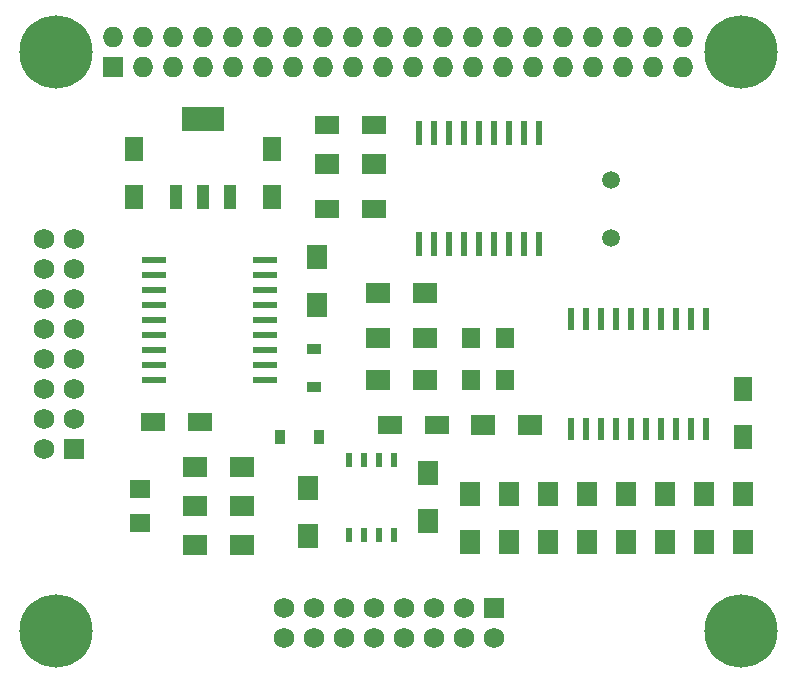
<source format=gts>
G04 #@! TF.FileFunction,Soldermask,Top*
%FSLAX46Y46*%
G04 Gerber Fmt 4.6, Leading zero omitted, Abs format (unit mm)*
G04 Created by KiCad (PCBNEW 4.0.2-1.fc23-product) date Wed 14 Dec 2016 11:24:26 GMT*
%MOMM*%
G01*
G04 APERTURE LIST*
%ADD10C,0.100000*%
%ADD11R,1.727200X1.727200*%
%ADD12C,1.727200*%
%ADD13R,0.530000X1.980000*%
%ADD14R,0.600000X2.000000*%
%ADD15O,1.727200X1.727200*%
%ADD16C,6.200000*%
%ADD17R,3.657600X2.032000*%
%ADD18R,1.016000X2.032000*%
%ADD19R,1.800860X1.597660*%
%ADD20R,2.000000X1.700000*%
%ADD21R,2.000000X1.600000*%
%ADD22R,1.600000X2.000000*%
%ADD23R,1.597660X1.800860*%
%ADD24R,1.700000X2.000000*%
%ADD25R,0.508000X1.143000*%
%ADD26R,2.000000X0.600000*%
%ADD27C,1.501140*%
%ADD28R,0.910000X1.220000*%
%ADD29R,1.220000X0.910000*%
G04 APERTURE END LIST*
D10*
D11*
X135890000Y-98044000D03*
D12*
X135890000Y-100584000D03*
X133350000Y-98044000D03*
X133350000Y-100584000D03*
X130810000Y-98044000D03*
X130810000Y-100584000D03*
X128270000Y-98044000D03*
X128270000Y-100584000D03*
X125730000Y-98044000D03*
X125730000Y-100584000D03*
X123190000Y-98044000D03*
X123190000Y-100584000D03*
X120650000Y-98044000D03*
X120650000Y-100584000D03*
X118110000Y-98044000D03*
X118110000Y-100584000D03*
D13*
X153797000Y-73547000D03*
X152527000Y-73547000D03*
X151257000Y-73547000D03*
X149987000Y-73547000D03*
X148717000Y-73547000D03*
X147447000Y-73547000D03*
X146177000Y-73547000D03*
X144907000Y-73547000D03*
X143637000Y-73547000D03*
X142367000Y-73547000D03*
X142367000Y-82917000D03*
X143637000Y-82917000D03*
X144907000Y-82917000D03*
X146177000Y-82917000D03*
X147447000Y-82917000D03*
X148717000Y-82917000D03*
X149987000Y-82917000D03*
X151257000Y-82917000D03*
X152527000Y-82917000D03*
X153797000Y-82917000D03*
D14*
X129540000Y-67184000D03*
X130810000Y-67184000D03*
X132080000Y-67184000D03*
X133350000Y-67184000D03*
X134620000Y-67184000D03*
X135890000Y-67184000D03*
X137160000Y-67184000D03*
X138430000Y-67184000D03*
X139700000Y-67184000D03*
X139700000Y-57784000D03*
X138430000Y-57784000D03*
X137160000Y-57784000D03*
X135890000Y-57784000D03*
X134620000Y-57784000D03*
X133350000Y-57784000D03*
X132080000Y-57784000D03*
X130810000Y-57784000D03*
X129540000Y-57784000D03*
D11*
X103620000Y-52260000D03*
D15*
X103620000Y-49720000D03*
X106160000Y-52260000D03*
X106160000Y-49720000D03*
X108700000Y-52260000D03*
X108700000Y-49720000D03*
X111240000Y-52260000D03*
X111240000Y-49720000D03*
X113780000Y-52260000D03*
X113780000Y-49720000D03*
X116320000Y-52260000D03*
X116320000Y-49720000D03*
X118860000Y-52260000D03*
X118860000Y-49720000D03*
X121400000Y-52260000D03*
X121400000Y-49720000D03*
X123940000Y-52260000D03*
X123940000Y-49720000D03*
X126480000Y-52260000D03*
X126480000Y-49720000D03*
X129020000Y-52260000D03*
X129020000Y-49720000D03*
X131560000Y-52260000D03*
X131560000Y-49720000D03*
X134100000Y-52260000D03*
X134100000Y-49720000D03*
X136640000Y-52260000D03*
X136640000Y-49720000D03*
X139180000Y-52260000D03*
X139180000Y-49720000D03*
X141720000Y-52260000D03*
X141720000Y-49720000D03*
X144260000Y-52260000D03*
X144260000Y-49720000D03*
X146800000Y-52260000D03*
X146800000Y-49720000D03*
X149340000Y-52260000D03*
X149340000Y-49720000D03*
X151880000Y-52260000D03*
X151880000Y-49720000D03*
D16*
X156750000Y-50990000D03*
X156750000Y-99990000D03*
X98750000Y-99990000D03*
X98750000Y-50990000D03*
D17*
X111252000Y-56642000D03*
D18*
X111252000Y-63246000D03*
X113538000Y-63246000D03*
X108966000Y-63246000D03*
D19*
X105918000Y-90827860D03*
X105918000Y-87988140D03*
D20*
X114522000Y-92710000D03*
X110522000Y-92710000D03*
D21*
X127032000Y-82550000D03*
X131032000Y-82550000D03*
X125698000Y-57150000D03*
X121698000Y-57150000D03*
D22*
X156972000Y-83534000D03*
X156972000Y-79534000D03*
D21*
X106966000Y-82296000D03*
X110966000Y-82296000D03*
X125698000Y-64262000D03*
X121698000Y-64262000D03*
D23*
X133962140Y-75184000D03*
X136801860Y-75184000D03*
X133962140Y-78740000D03*
X136801860Y-78740000D03*
D20*
X126016000Y-78740000D03*
X130016000Y-78740000D03*
X126016000Y-75184000D03*
X130016000Y-75184000D03*
X130016000Y-71374000D03*
X126016000Y-71374000D03*
X121698000Y-60452000D03*
X125698000Y-60452000D03*
D24*
X130302000Y-90646000D03*
X130302000Y-86646000D03*
X120904000Y-72358000D03*
X120904000Y-68358000D03*
D20*
X110522000Y-86106000D03*
X114522000Y-86106000D03*
X110522000Y-89408000D03*
X114522000Y-89408000D03*
D24*
X153670000Y-92424000D03*
X153670000Y-88424000D03*
X156972000Y-92424000D03*
X156972000Y-88424000D03*
X150368000Y-92424000D03*
X150368000Y-88424000D03*
X147066000Y-92424000D03*
X147066000Y-88424000D03*
X140462000Y-92424000D03*
X140462000Y-88424000D03*
X143764000Y-92424000D03*
X143764000Y-88424000D03*
X133858000Y-92424000D03*
X133858000Y-88424000D03*
X137160000Y-92424000D03*
X137160000Y-88424000D03*
D20*
X134906000Y-82550000D03*
X138906000Y-82550000D03*
D24*
X120142000Y-91916000D03*
X120142000Y-87916000D03*
D25*
X127381000Y-91821000D03*
X126111000Y-91821000D03*
X124841000Y-91821000D03*
X123571000Y-91821000D03*
X123571000Y-85471000D03*
X124841000Y-85471000D03*
X126111000Y-85471000D03*
X127381000Y-85471000D03*
D26*
X116460000Y-78740000D03*
X116460000Y-77470000D03*
X116460000Y-76200000D03*
X116460000Y-74930000D03*
X116460000Y-73660000D03*
X116460000Y-72390000D03*
X116460000Y-71120000D03*
X116460000Y-69850000D03*
X116460000Y-68580000D03*
X107060000Y-68580000D03*
X107060000Y-69850000D03*
X107060000Y-71120000D03*
X107060000Y-72390000D03*
X107060000Y-73660000D03*
X107060000Y-74930000D03*
X107060000Y-76200000D03*
X107060000Y-77470000D03*
X107060000Y-78740000D03*
D27*
X145796000Y-61821060D03*
X145796000Y-66702940D03*
D22*
X105410000Y-63214000D03*
X105410000Y-59214000D03*
X117094000Y-63214000D03*
X117094000Y-59214000D03*
D28*
X117745000Y-83566000D03*
X121015000Y-83566000D03*
D29*
X120650000Y-76089000D03*
X120650000Y-79359000D03*
D11*
X100330000Y-84582000D03*
D12*
X97790000Y-84582000D03*
X100330000Y-82042000D03*
X97790000Y-82042000D03*
X100330000Y-79502000D03*
X97790000Y-79502000D03*
X100330000Y-76962000D03*
X97790000Y-76962000D03*
X100330000Y-74422000D03*
X97790000Y-74422000D03*
X100330000Y-71882000D03*
X97790000Y-71882000D03*
X100330000Y-69342000D03*
X97790000Y-69342000D03*
X100330000Y-66802000D03*
X97790000Y-66802000D03*
M02*

</source>
